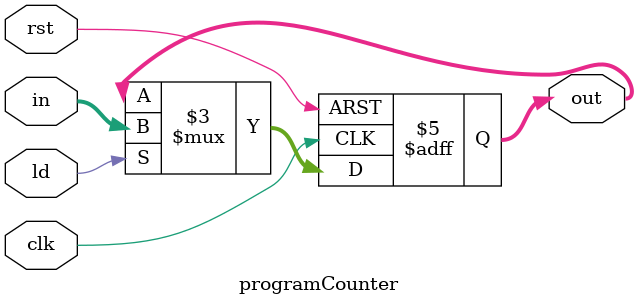
<source format=v>
`timescale 1ps/1ps
module programCounter(input clk, rst, input ld, input[31:0] in ,output reg [31:0] out );


    initial begin 
	out <= 32'b0;
    end

    always @(posedge clk, posedge rst) 
    begin
        if(rst)
            out <= 0;
        else 
        begin
            if(ld)
                out <= in;
	end
    end
endmodule

</source>
